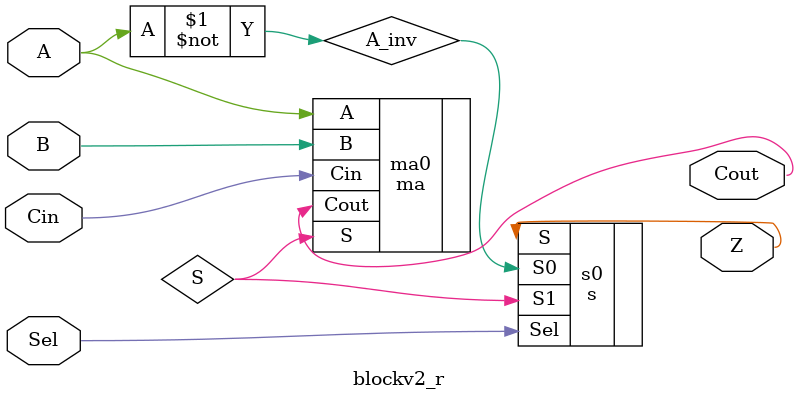
<source format=v>
`timescale 1ns / 1ps

module blockv2_r(
	input wire A,
	input wire B,
	input wire Cin,
	input wire Sel,
	output wire Cout,
	output wire Z
	);

	wire S;
	wire A_inv;

	// inverter
	assign A_inv = ~A;

	// mirror adder
	ma ma0(.A(A), .B(B), .Cin(Cin), .Cout(Cout), .S(S));
	
	// mux
	s s0(.S0(A_inv), .S1(S), .Sel(Sel), .S(Z));

endmodule

</source>
